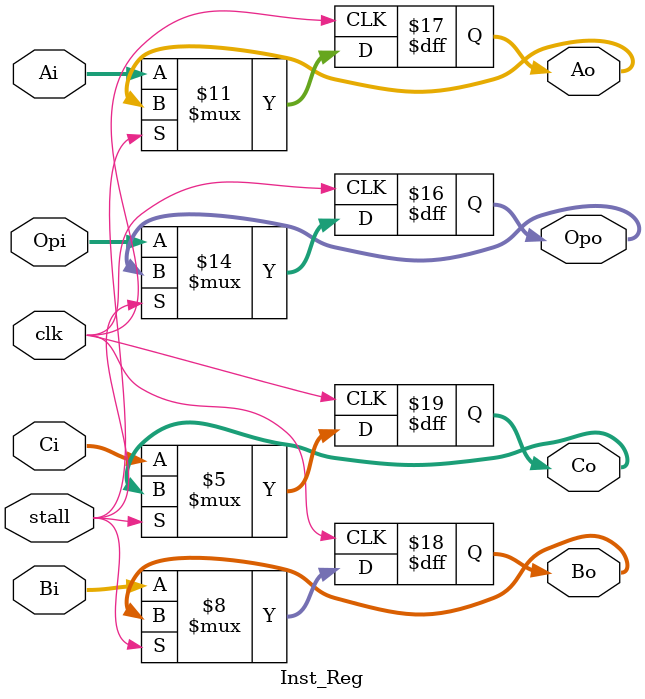
<source format=v>
`timescale 1ns / 1ps
module Inst_Reg(Opi,Ai,Bi,Ci,Opo,Ao,Bo,Co,stall,clk);
    input [7:0] Opi;
    input [7:0] Ai;
    input [7:0] Bi;
    input [7:0] Ci;
    output [7:0] Opo;
	 reg [7:0] Opo;
    output [7:0] Ao;
	 reg [7:0] Ao;
    output [7:0] Bo;
	 reg [7:0] Bo;
    output [7:0] Co;
	 reg [7:0] Co;
    input stall;
    input clk;
	 
	 initial
	 begin
		Opo = 8'd0;
		Ao = 8'd0;
		Bo = 8'd0;
		Co = 8'd0;
	 end
	 
	 always @ (posedge clk)
	 begin
	 if(~stall)
	 begin
		Opo = Opi;
		Ao = Ai;
		Bo = Bi;
		Co = Ci;
	 end
	 end

endmodule

</source>
